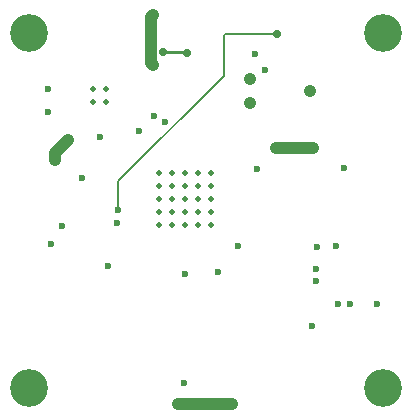
<source format=gbr>
%TF.GenerationSoftware,Altium Limited,Altium Designer,24.6.1 (21)*%
G04 Layer_Physical_Order=4*
G04 Layer_Color=16711680*
%FSLAX45Y45*%
%MOMM*%
%TF.SameCoordinates,4B1D9C49-5ED8-45E5-B71D-261F0C762659*%
%TF.FilePolarity,Positive*%
%TF.FileFunction,Copper,L4,Bot,Signal*%
%TF.Part,Single*%
G01*
G75*
%TA.AperFunction,Conductor*%
%ADD34C,1.00000*%
%ADD37C,0.25000*%
%ADD40C,0.20000*%
%TA.AperFunction,ViaPad*%
%ADD41C,3.20000*%
%TA.AperFunction,ComponentPad*%
%ADD42C,1.06700*%
%TA.AperFunction,ViaPad*%
%ADD43C,0.60000*%
%ADD44C,0.70000*%
%ADD45C,0.50000*%
D34*
X9562500Y6162500D02*
X10017500D01*
X9560000Y6160000D02*
X9562500Y6162500D01*
X9335000Y9045000D02*
Y9435000D01*
Y9045000D02*
X9350000Y9030000D01*
X9335000Y9435000D02*
X9350000Y9450000D01*
X10390000Y8330000D02*
X10710000D01*
X8520000Y8290000D02*
X8630000Y8400000D01*
X8520000Y8230000D02*
Y8290000D01*
D37*
X9440000Y9140000D02*
X9617823D01*
X9627823Y9130000D02*
X9640000D01*
X9617823Y9140000D02*
X9627823Y9130000D01*
D40*
X9057500Y8049162D02*
X9950000Y8941662D01*
Y9278284D02*
X9961716Y9290000D01*
X10400000D01*
X9950000Y8941662D02*
Y9278284D01*
X9057500Y7800000D02*
Y8049162D01*
D41*
X8300000Y6300000D02*
D03*
Y9300000D02*
D03*
X11300000D02*
D03*
Y6300000D02*
D03*
D42*
X10171000Y8915100D02*
D03*
Y8711900D02*
D03*
X10679000Y8813500D02*
D03*
D43*
X10017500Y6162500D02*
D03*
X9560000Y6160000D02*
D03*
X9350000Y9030000D02*
D03*
Y9450000D02*
D03*
X9360000Y8600000D02*
D03*
X10710000Y8330000D02*
D03*
X10970000Y8160000D02*
D03*
X10390000Y8330000D02*
D03*
X8630000Y8400000D02*
D03*
X8520000Y8230000D02*
D03*
X8973757Y7327500D02*
D03*
X8492500Y7517500D02*
D03*
X8460000Y8630000D02*
D03*
X10920000Y7010000D02*
D03*
X11020000D02*
D03*
X10730000Y7300000D02*
D03*
Y7200000D02*
D03*
X10300000Y8990000D02*
D03*
X10220000Y9120000D02*
D03*
X10230000Y8150000D02*
D03*
X9050000Y7690000D02*
D03*
X9611250Y6341250D02*
D03*
X11250000Y7010000D02*
D03*
X10700000Y6820000D02*
D03*
X10740000Y7490000D02*
D03*
X10900000Y7500000D02*
D03*
X10070000D02*
D03*
X9620000Y7260000D02*
D03*
X9900000Y7280000D02*
D03*
X8580000Y7670000D02*
D03*
X8750000Y8070000D02*
D03*
X9230000Y8470000D02*
D03*
X8460000Y8830000D02*
D03*
X9450000Y8550000D02*
D03*
X8900000Y8420000D02*
D03*
X9057500Y7800000D02*
D03*
D44*
X9440000Y9140000D02*
D03*
X9640000Y9130000D02*
D03*
X10400000Y9290000D02*
D03*
D45*
X8845000Y8830000D02*
D03*
Y8720000D02*
D03*
X8955000D02*
D03*
Y8830000D02*
D03*
X9845000Y7680000D02*
D03*
X9735000D02*
D03*
X9625000D02*
D03*
X9515000D02*
D03*
X9405000D02*
D03*
X9845000Y7790000D02*
D03*
X9735000D02*
D03*
X9625000D02*
D03*
X9515000D02*
D03*
X9405000D02*
D03*
X9845000Y7900000D02*
D03*
X9735000D02*
D03*
X9625000D02*
D03*
X9515000D02*
D03*
X9405000D02*
D03*
X9845000Y8010000D02*
D03*
X9735000D02*
D03*
X9625000D02*
D03*
X9515000D02*
D03*
X9405000D02*
D03*
X9845000Y8120000D02*
D03*
X9735000D02*
D03*
X9625000D02*
D03*
X9515000D02*
D03*
X9405000D02*
D03*
%TF.MD5,b192f843d75672468b39f5aa8e70a8a8*%
M02*

</source>
